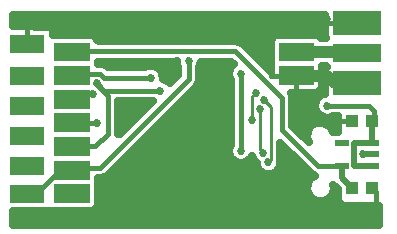
<source format=gtl>
G04 DipTrace Beta 2.3.5.2*
%INBrolemetry.GTL*%
%MOIN*%
%ADD13C,0.02*%
%ADD14C,0.015*%
%ADD15C,0.01*%
%ADD16C,0.04*%
%ADD17C,0.025*%
%ADD21R,0.0433X0.0394*%
%ADD24R,0.1181X0.063*%
%ADD26R,0.0472X0.0217*%
%ADD35C,0.027*%
%FSLAX44Y44*%
G04*
G70*
G90*
G75*
G01*
%LNTop*%
%LPD*%
X11581Y1500D2*
D13*
X11226Y1854D1*
Y2250D1*
X2242Y6042D2*
D14*
X2263Y6063D1*
X7687D1*
X9250Y4500D1*
Y3438D1*
X10438Y2250D1*
X11226D1*
X12250Y2998D2*
D13*
X11625D1*
Y2250D1*
X12250D1*
Y3750D2*
Y2998D1*
X10750Y4250D2*
D14*
X12125D1*
X12312Y4062D1*
Y3812D1*
X12250Y3750D1*
X3062Y5000D2*
X3000D1*
X3438Y4562D1*
Y3313D1*
X3018Y2893D1*
X2242D1*
X3062Y5000D2*
X3312Y4750D1*
X5188D1*
X750Y1310D2*
X878Y1438D1*
X1188D1*
X1855Y2105D1*
X2242D1*
X2325Y2188D1*
X3188D1*
X6125Y5125D1*
Y5750D1*
X9723Y5255D2*
D16*
X10745D1*
X11000Y5000D1*
X11750D1*
X12375Y688D2*
D14*
Y1375D1*
D15*
X12250Y1500D1*
X11938Y2625D2*
D13*
X12249D1*
X12250Y2624D1*
X2242Y5255D2*
D15*
Y5312D1*
D14*
X3188D1*
X3313Y5188D1*
X4875D1*
X3062Y3680D2*
X2242D1*
X9723Y6042D2*
D16*
X11708D1*
X11750Y6000D1*
X8790Y2360D2*
D15*
X8875Y2445D1*
Y4195D1*
X8640Y4430D1*
X8615Y2685D2*
X8500Y2800D1*
Y4125D1*
X7875Y5312D2*
D14*
Y2750D1*
X8375Y4688D2*
D15*
X8250Y4563D1*
Y3766D1*
D35*
X10750Y4250D3*
X3062Y5000D3*
X5188Y4750D3*
X3062Y5000D3*
X6125Y5750D3*
X4875Y5188D3*
X3062Y3680D3*
X8790Y2360D3*
X8640Y4430D3*
X8615Y2685D3*
X8500Y4125D3*
X7875Y5312D3*
Y2750D3*
X8375Y4688D3*
X8250Y3766D3*
X6250Y4500D3*
X7000D3*
X6250Y3750D3*
X7000D3*
X750Y7125D3*
X2938Y4625D3*
X12375Y688D3*
X7062Y6438D3*
X4875Y7125D3*
X8000D3*
X7062Y5688D3*
X6375Y7125D3*
X2000D3*
X3500D3*
X10750D3*
X625Y375D3*
X9750Y4688D3*
X8375Y1000D3*
X2000Y375D3*
X11938Y2625D3*
X8812Y5625D3*
X4875Y375D3*
X3500D3*
X6375D3*
X8000D3*
X10750D3*
X8375Y2000D3*
X3375Y5625D3*
X2500Y4625D3*
X310Y7029D2*
D17*
X10660D1*
X1632Y6780D2*
X10660D1*
X3058Y6531D2*
X8906D1*
X10539D2*
X10668D1*
X7972Y6283D2*
X8844D1*
X8222Y6034D2*
X8844D1*
X8472Y5785D2*
X8844D1*
X3468Y5537D2*
X4656D1*
X5093D2*
X5762D1*
X6492D2*
X7520D1*
X8718D2*
X8841D1*
X10605D2*
X10699D1*
X5289Y5288D2*
X5762D1*
X6492D2*
X7449D1*
X6480Y5039D2*
X7512D1*
X6296Y4791D2*
X7512D1*
X10558D2*
X10660D1*
X6046Y4542D2*
X7512D1*
X9613D2*
X10453D1*
X3804Y4293D2*
X4789D1*
X5800D2*
X7512D1*
X9617D2*
X10328D1*
X3804Y4045D2*
X4539D1*
X5550D2*
X7512D1*
X9617D2*
X10383D1*
X3804Y3796D2*
X4289D1*
X5300D2*
X7512D1*
X9617D2*
X11074D1*
X3804Y3547D2*
X4043D1*
X5054D2*
X7512D1*
X9644D2*
X10184D1*
X10863D2*
X11074D1*
X4804Y3298D2*
X7512D1*
X9894D2*
X10063D1*
X4554Y3050D2*
X7512D1*
X4308Y2801D2*
X7453D1*
X9214D2*
X9382D1*
X4058Y2552D2*
X7504D1*
X9214D2*
X9629D1*
X3808Y2304D2*
X8367D1*
X9210D2*
X9879D1*
X3562Y2055D2*
X8508D1*
X9074D2*
X10125D1*
X3124Y1806D2*
X10176D1*
X3124Y1558D2*
X10059D1*
X3124Y1309D2*
X10102D1*
X10945D2*
X11071D1*
X3124Y1060D2*
X11074D1*
X3042Y812D2*
X12442D1*
X310Y563D2*
X12442D1*
X310Y314D2*
X12442D1*
X11099Y3372D2*
Y3911D1*
X10957Y3910D1*
X10876Y3870D1*
X10753Y3850D1*
X10630Y3868D1*
X10519Y3924D1*
X10429Y4011D1*
X10371Y4121D1*
X10350Y4244D1*
X10368Y4367D1*
X10422Y4479D1*
X10508Y4569D1*
X10618Y4627D1*
X10683Y4639D1*
X10685Y5100D1*
X10690Y5450D1*
X10714Y5520D1*
X10732Y5550D1*
X10708Y5577D1*
X10578D1*
X10574Y4890D1*
X10549Y4820D1*
X10506Y4758D1*
X10448Y4712D1*
X10379Y4683D1*
X10288Y4675D1*
X9541D1*
X9561Y4638D1*
X9590Y4500D1*
Y3574D1*
X10128Y3040D1*
X10103Y3099D1*
X10082Y3222D1*
X10095Y3346D1*
X10143Y3461D1*
X10221Y3558D1*
X10323Y3630D1*
X10441Y3670D1*
X10565Y3676D1*
X10686Y3647D1*
X10795Y3585D1*
X10881Y3496D1*
X10940Y3382D1*
X10975Y3371D1*
X11096D1*
X11151Y1038D2*
X11099D1*
Y1464D1*
X10956Y1611D1*
X10966Y1504D1*
X10948Y1380D1*
X10897Y1267D1*
X10816Y1172D1*
X10712Y1104D1*
X10593Y1067D1*
X10468Y1065D1*
X10348Y1098D1*
X10242Y1163D1*
X10158Y1255D1*
X10103Y1367D1*
X10082Y1490D1*
X10095Y1614D1*
X10143Y1729D1*
X10221Y1826D1*
X10327Y1899D1*
X10315Y1933D1*
X10197Y2010D1*
X9189Y3018D1*
X9190Y2360D1*
X9171Y2237D1*
X9114Y2126D1*
X9027Y2038D1*
X8916Y1980D1*
X8793Y1960D1*
X8670Y1978D1*
X8559Y2034D1*
X8469Y2121D1*
X8411Y2231D1*
X8391Y2357D1*
X8294Y2446D1*
X8233Y2575D1*
X8199Y2516D1*
X8112Y2428D1*
X8001Y2370D1*
X7878Y2350D1*
X7755Y2368D1*
X7644Y2424D1*
X7554Y2511D1*
X7496Y2621D1*
X7475Y2744D1*
X7493Y2867D1*
X7535Y2954D1*
Y5105D1*
X7496Y5183D1*
X7475Y5306D1*
X7493Y5429D1*
X7547Y5541D1*
X7637Y5633D1*
X7548Y5721D1*
X6527Y5723D1*
X6506Y5627D1*
X6465Y5547D1*
Y5125D1*
X6442Y5003D1*
X6365Y4885D1*
X3428Y1947D1*
X3325Y1877D1*
X3188Y1848D1*
X3098D1*
Y1003D1*
X3069Y883D1*
X2988Y788D1*
X2870Y742D1*
X2333Y738D1*
X1648Y739D1*
X1605Y730D1*
X281D1*
X285Y285D1*
X12465D1*
Y914D1*
X11335Y913D1*
X11216Y954D1*
X11174Y997D1*
X10685Y6625D2*
Y7277D1*
X285D1*
Y6891D1*
X1605Y6890D1*
X1611Y6619D1*
X2152Y6622D1*
X2833D1*
X2953Y6593D1*
X3049Y6509D1*
X3021Y6544D1*
X3086Y6436D1*
X3138Y6402D1*
X7687D1*
X7810Y6380D1*
X7928Y6303D1*
X8867Y5365D1*
X8872Y5620D1*
X8871Y5690D1*
X8867Y6227D1*
Y6357D1*
X8896Y6478D1*
X8977Y6572D1*
X9095Y6619D1*
X9632Y6622D1*
X10313D1*
X10434Y6593D1*
X10529Y6509D1*
X10503Y6541D1*
X10598Y6507D1*
X10701Y6511D1*
X10685Y6600D1*
Y6625D1*
X5723Y5723D2*
X3098D1*
X3117Y5652D1*
X3188D1*
X3310Y5630D1*
X3428Y5553D1*
X3451Y5529D1*
X4668Y5527D1*
X4743Y5565D1*
X4865Y5587D1*
X4989Y5571D1*
X5101Y5517D1*
X5192Y5432D1*
X5251Y5323D1*
X5275Y5188D1*
X5268Y5145D1*
X5414Y5080D1*
X5510Y4991D1*
X5784Y5265D1*
X5785Y5543D1*
X5746Y5621D1*
X5728Y5724D1*
X3777Y4410D2*
Y3309D1*
X3831Y3312D1*
X4928Y4408D1*
X3777Y4410D1*
X11100Y3750D2*
D14*
X11581D1*
X10685Y5000D2*
X11750D1*
X10685Y7000D2*
X11750D1*
X750Y6889D2*
Y6310D1*
X9723Y5255D2*
Y4675D1*
X8867Y5255D2*
X10578D1*
D21*
X12250Y3750D3*
X11581D3*
Y1500D3*
X12250D3*
G36*
X10950Y5400D2*
Y4600D1*
X12550D1*
Y5400D1*
X10950D1*
G37*
G36*
Y7400D2*
Y6600D1*
X12550D1*
Y7400D1*
X10950D1*
G37*
G36*
Y6300D2*
Y5700D1*
X12550D1*
Y6300D1*
X10950D1*
G37*
D24*
X750Y4250D3*
Y2250D3*
Y3250D3*
Y5250D3*
Y6310D3*
Y1310D3*
D26*
X12250Y2250D3*
Y2624D3*
Y2998D3*
X11226D3*
Y2250D3*
G36*
X2833Y3208D2*
X1652D1*
Y2578D1*
X2833D1*
Y3208D1*
G37*
G36*
Y2420D2*
X1652D1*
Y1790D1*
X2833D1*
Y2420D1*
G37*
G36*
X10313Y5570D2*
X9132D1*
Y4940D1*
X10313D1*
Y5570D1*
G37*
G36*
Y6357D2*
X9132D1*
Y5727D1*
X10313D1*
Y6357D1*
G37*
G36*
X2833Y3995D2*
X1652D1*
Y3365D1*
X2833D1*
Y3995D1*
G37*
G36*
Y5570D2*
X1652D1*
Y4940D1*
X2833D1*
Y5570D1*
G37*
G36*
Y4783D2*
X1652D1*
Y4153D1*
X2833D1*
Y4783D1*
G37*
G36*
Y1633D2*
X1652D1*
Y1003D1*
X2833D1*
Y1633D1*
G37*
G36*
Y6357D2*
X1652D1*
Y5727D1*
X2833D1*
Y6357D1*
G37*
M02*

</source>
